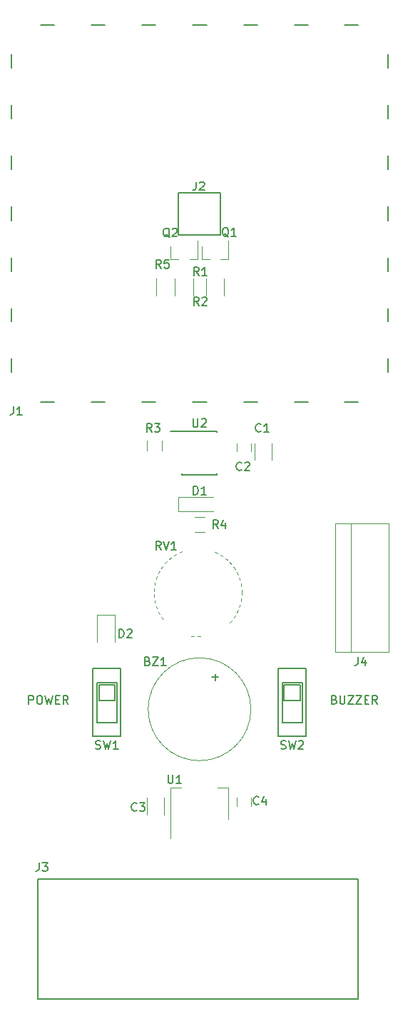
<source format=gbr>
G04 #@! TF.FileFunction,Legend,Top*
%FSLAX46Y46*%
G04 Gerber Fmt 4.6, Leading zero omitted, Abs format (unit mm)*
G04 Created by KiCad (PCBNEW 4.0.6-e0-6349~52~ubuntu16.10.1) date Tue Oct 17 03:14:20 2017*
%MOMM*%
%LPD*%
G01*
G04 APERTURE LIST*
%ADD10C,0.100000*%
%ADD11C,0.150000*%
%ADD12C,0.120000*%
G04 APERTURE END LIST*
D10*
D11*
X118796000Y-178904000D02*
X118796000Y-193154000D01*
X80796000Y-178904000D02*
X118796000Y-178904000D01*
X80796000Y-193154000D02*
X80796000Y-178904000D01*
X118796000Y-193154000D02*
X80796000Y-193154000D01*
D12*
X97500000Y-133650000D02*
X97500000Y-135350000D01*
X97550000Y-135350000D02*
X101600000Y-135350000D01*
X97550000Y-133650000D02*
X101600000Y-133650000D01*
X106549000Y-127246000D02*
X106549000Y-129246000D01*
X108589000Y-129246000D02*
X108589000Y-127246000D01*
X104433000Y-127246000D02*
X104433000Y-128246000D01*
X106133000Y-128246000D02*
X106133000Y-127246000D01*
X105036309Y-144636569D02*
G75*
G02X105049000Y-145000000I-5197309J-363431D01*
G01*
X104937343Y-143923736D02*
G75*
G02X105000000Y-144282000I-5098343J-1076264D01*
G01*
X104740595Y-143231775D02*
G75*
G02X104852000Y-143578000I-4901595J-1768225D01*
G01*
X104449964Y-142573444D02*
G75*
G02X104608000Y-142901000I-4610964J-2426556D01*
G01*
X104072343Y-141961295D02*
G75*
G02X104274000Y-142264000I-4233343J-3038705D01*
G01*
X103612559Y-141407017D02*
G75*
G02X103854000Y-141679000I-3773559J-3592983D01*
G01*
X103082421Y-140921816D02*
G75*
G02X103359000Y-141158000I-3243421J-4078184D01*
G01*
X102489541Y-140514181D02*
G75*
G02X102796000Y-140710000I-2650541J-4485819D01*
G01*
X101846449Y-140191253D02*
G75*
G02X102177000Y-140343000I-2007449J-4808747D01*
G01*
X97649872Y-140272189D02*
G75*
G02X97985000Y-140131000I2189128J-4727811D01*
G01*
X97018532Y-140619075D02*
G75*
G02X97331000Y-140433000I2820468J-4380925D01*
G01*
X96442140Y-141049329D02*
G75*
G02X96726000Y-140822000I3396860J-3950671D01*
G01*
X95930116Y-141554276D02*
G75*
G02X96180000Y-141290000I3908884J-3445724D01*
G01*
X95492945Y-142126165D02*
G75*
G02X95704000Y-141830000I4346055J-2873835D01*
G01*
X95138696Y-142751399D02*
G75*
G02X95307000Y-142429000I4700304J-2248601D01*
G01*
X94873725Y-143420512D02*
G75*
G02X94996000Y-143078000I4965275J-1579488D01*
G01*
X94703112Y-144120118D02*
G75*
G02X94777000Y-143764000I5135888J-879882D01*
G01*
X94630867Y-144835901D02*
G75*
G02X94655000Y-144473000I5208133J-164099D01*
G01*
X94658077Y-145554754D02*
G75*
G02X94632000Y-145192000I5180923J554754D01*
G01*
X94783768Y-146262711D02*
G75*
G02X94708000Y-145907000I5055232J1262711D01*
G01*
X95006034Y-146946873D02*
G75*
G02X94882000Y-146605000I4832966J1946873D01*
G01*
X95320976Y-147594481D02*
G75*
G02X95151000Y-147273000I4518024J2594481D01*
G01*
X95720634Y-148192059D02*
G75*
G02X95508000Y-147897000I4118366J3192059D01*
G01*
X99412165Y-150192423D02*
G75*
G02X99051000Y-150150000I426835J5192423D01*
G01*
X100131604Y-150202262D02*
G75*
G02X99768000Y-150210000I-292604J5202262D01*
G01*
X103872858Y-148297645D02*
G75*
G02X103633000Y-148571000I-4033858J3297645D01*
G01*
X104287965Y-147711260D02*
G75*
G02X104088000Y-148015000I-4448965J2711260D01*
G01*
X104619221Y-147072597D02*
G75*
G02X104463000Y-147401000I-4780221J2072597D01*
G01*
X104859483Y-146394185D02*
G75*
G02X104750000Y-146741000I-5020483J1394185D01*
G01*
X105003672Y-145689410D02*
G75*
G02X104943000Y-146048000I-5164672J689410D01*
G01*
X105049702Y-144971450D02*
G75*
G02X105039000Y-145335000I-5210702J-28550D01*
G01*
D11*
X102448360Y-97576640D02*
X102448360Y-102575360D01*
X102448360Y-102575360D02*
X97449640Y-102575360D01*
X97449640Y-102575360D02*
X97449640Y-97576640D01*
X97449640Y-97576640D02*
X102448360Y-97576640D01*
X81150000Y-77665000D02*
X82750000Y-77665000D01*
X81150000Y-122335000D02*
X82750000Y-122335000D01*
X87150000Y-77665000D02*
X88750000Y-77665000D01*
X87150000Y-122335000D02*
X88750000Y-122335000D01*
X93150000Y-77665000D02*
X94750000Y-77665000D01*
X93150000Y-122335000D02*
X94750000Y-122335000D01*
X99150000Y-77665000D02*
X100850000Y-77665000D01*
X99150000Y-122335000D02*
X100850000Y-122335000D01*
X105250000Y-77665000D02*
X106850000Y-77665000D01*
X105250000Y-122335000D02*
X106850000Y-122335000D01*
X111250000Y-77665000D02*
X112850000Y-77665000D01*
X111250000Y-122335000D02*
X112850000Y-122335000D01*
X117250000Y-77665000D02*
X118850000Y-77665000D01*
X117250000Y-122335000D02*
X118850000Y-122335000D01*
X77665000Y-81150000D02*
X77665000Y-82750000D01*
X122335000Y-81150000D02*
X122335000Y-82750000D01*
X77665000Y-87150000D02*
X77665000Y-88750000D01*
X122335000Y-87150000D02*
X122335000Y-88750000D01*
X77665000Y-93150000D02*
X77665000Y-94750000D01*
X122335000Y-93150000D02*
X122335000Y-94750000D01*
X77665000Y-99150000D02*
X77665000Y-100850000D01*
X122335000Y-99150000D02*
X122335000Y-100850000D01*
X77665000Y-105250000D02*
X77665000Y-106850000D01*
X122335000Y-105250000D02*
X122335000Y-106850000D01*
X77665000Y-111250000D02*
X77665000Y-112850000D01*
X122335000Y-111250000D02*
X122335000Y-112850000D01*
X77665000Y-117250000D02*
X77665000Y-118850000D01*
X122335000Y-117250000D02*
X122335000Y-118850000D01*
D12*
X100274000Y-105408000D02*
X101204000Y-105408000D01*
X103434000Y-105408000D02*
X102504000Y-105408000D01*
X103434000Y-105408000D02*
X103434000Y-103248000D01*
X100274000Y-105408000D02*
X100274000Y-103948000D01*
X106100000Y-158800000D02*
G75*
G03X106100000Y-158800000I-6100000J0D01*
G01*
X96591000Y-105408000D02*
X97521000Y-105408000D01*
X99751000Y-105408000D02*
X98821000Y-105408000D01*
X99751000Y-105408000D02*
X99751000Y-103248000D01*
X96591000Y-105408000D02*
X96591000Y-103948000D01*
X97101000Y-109765000D02*
X97101000Y-107765000D01*
X99241000Y-107765000D02*
X99241000Y-109765000D01*
X100784000Y-109765000D02*
X100784000Y-107765000D01*
X102924000Y-107765000D02*
X102924000Y-109765000D01*
D11*
X97925000Y-125822000D02*
X97925000Y-125872000D01*
X102075000Y-125822000D02*
X102075000Y-125967000D01*
X102075000Y-130972000D02*
X102075000Y-130827000D01*
X97925000Y-130972000D02*
X97925000Y-130827000D01*
X97925000Y-125822000D02*
X102075000Y-125822000D01*
X97925000Y-130972000D02*
X102075000Y-130972000D01*
X97925000Y-125872000D02*
X96525000Y-125872000D01*
D12*
X95762000Y-171307000D02*
X95762000Y-169307000D01*
X93722000Y-169307000D02*
X93722000Y-171307000D01*
X106133000Y-170299000D02*
X106133000Y-169299000D01*
X104433000Y-169299000D02*
X104433000Y-170299000D01*
D11*
X89950000Y-157762500D02*
X89950000Y-155862500D01*
X88050000Y-157762500D02*
X89950000Y-157762500D01*
X88050000Y-155862500D02*
X88050000Y-157762500D01*
X89950000Y-155862500D02*
X88050000Y-155862500D01*
X87812500Y-155625000D02*
X90187500Y-155625000D01*
X87812500Y-160375000D02*
X87812500Y-155625000D01*
X90187500Y-160375000D02*
X87812500Y-160375000D01*
X90187500Y-155625000D02*
X90187500Y-160375000D01*
X87337500Y-153962500D02*
X90662500Y-153962500D01*
X87337500Y-162037500D02*
X87337500Y-153962500D01*
X90662500Y-162037500D02*
X87337500Y-162037500D01*
X90662500Y-153962500D02*
X90662500Y-162037500D01*
D12*
X122423000Y-144427000D02*
X122423000Y-136807000D01*
X117983000Y-144427000D02*
X117983000Y-136807000D01*
X116083000Y-144427000D02*
X116083000Y-136807000D01*
X116083000Y-152047000D02*
X122423000Y-152047000D01*
X116083000Y-136807000D02*
X122423000Y-136807000D01*
X117983000Y-144427000D02*
X117983000Y-152047000D01*
X116083000Y-152047000D02*
X116083000Y-144427000D01*
X122423000Y-144427000D02*
X122423000Y-152047000D01*
X93735000Y-128108000D02*
X93735000Y-126908000D01*
X95495000Y-126908000D02*
X95495000Y-128108000D01*
X89960000Y-147636000D02*
X87840000Y-147636000D01*
X89960000Y-150836000D02*
X89960000Y-147636000D01*
X87840000Y-147636000D02*
X87840000Y-150836000D01*
X99400000Y-136026000D02*
X100600000Y-136026000D01*
X100600000Y-137786000D02*
X99400000Y-137786000D01*
D11*
X111950000Y-157762500D02*
X111950000Y-155862500D01*
X110050000Y-157762500D02*
X111950000Y-157762500D01*
X110050000Y-155862500D02*
X110050000Y-157762500D01*
X111950000Y-155862500D02*
X110050000Y-155862500D01*
X109812500Y-155625000D02*
X112187500Y-155625000D01*
X109812500Y-160375000D02*
X109812500Y-155625000D01*
X112187500Y-160375000D02*
X109812500Y-160375000D01*
X112187500Y-155625000D02*
X112187500Y-160375000D01*
X109337500Y-153962500D02*
X112662500Y-153962500D01*
X109337500Y-162037500D02*
X109337500Y-153962500D01*
X112662500Y-162037500D02*
X109337500Y-162037500D01*
X112662500Y-153962500D02*
X112662500Y-162037500D01*
D12*
X94891200Y-109770080D02*
X94891200Y-107770080D01*
X97031200Y-107770080D02*
X97031200Y-109770080D01*
X103410000Y-168090000D02*
X102150000Y-168090000D01*
X96590000Y-168090000D02*
X97850000Y-168090000D01*
X103410000Y-171850000D02*
X103410000Y-168090000D01*
X96590000Y-174100000D02*
X96590000Y-168090000D01*
D11*
X80946667Y-176998381D02*
X80946667Y-177712667D01*
X80899047Y-177855524D01*
X80803809Y-177950762D01*
X80660952Y-177998381D01*
X80565714Y-177998381D01*
X81327619Y-176998381D02*
X81946667Y-176998381D01*
X81613333Y-177379333D01*
X81756191Y-177379333D01*
X81851429Y-177426952D01*
X81899048Y-177474571D01*
X81946667Y-177569810D01*
X81946667Y-177807905D01*
X81899048Y-177903143D01*
X81851429Y-177950762D01*
X81756191Y-177998381D01*
X81470476Y-177998381D01*
X81375238Y-177950762D01*
X81327619Y-177903143D01*
X99261905Y-133352381D02*
X99261905Y-132352381D01*
X99500000Y-132352381D01*
X99642858Y-132400000D01*
X99738096Y-132495238D01*
X99785715Y-132590476D01*
X99833334Y-132780952D01*
X99833334Y-132923810D01*
X99785715Y-133114286D01*
X99738096Y-133209524D01*
X99642858Y-133304762D01*
X99500000Y-133352381D01*
X99261905Y-133352381D01*
X100785715Y-133352381D02*
X100214286Y-133352381D01*
X100500000Y-133352381D02*
X100500000Y-132352381D01*
X100404762Y-132495238D01*
X100309524Y-132590476D01*
X100214286Y-132638095D01*
X107275334Y-125833143D02*
X107227715Y-125880762D01*
X107084858Y-125928381D01*
X106989620Y-125928381D01*
X106846762Y-125880762D01*
X106751524Y-125785524D01*
X106703905Y-125690286D01*
X106656286Y-125499810D01*
X106656286Y-125356952D01*
X106703905Y-125166476D01*
X106751524Y-125071238D01*
X106846762Y-124976000D01*
X106989620Y-124928381D01*
X107084858Y-124928381D01*
X107227715Y-124976000D01*
X107275334Y-125023619D01*
X108227715Y-125928381D02*
X107656286Y-125928381D01*
X107942000Y-125928381D02*
X107942000Y-124928381D01*
X107846762Y-125071238D01*
X107751524Y-125166476D01*
X107656286Y-125214095D01*
X104989334Y-130405143D02*
X104941715Y-130452762D01*
X104798858Y-130500381D01*
X104703620Y-130500381D01*
X104560762Y-130452762D01*
X104465524Y-130357524D01*
X104417905Y-130262286D01*
X104370286Y-130071810D01*
X104370286Y-129928952D01*
X104417905Y-129738476D01*
X104465524Y-129643238D01*
X104560762Y-129548000D01*
X104703620Y-129500381D01*
X104798858Y-129500381D01*
X104941715Y-129548000D01*
X104989334Y-129595619D01*
X105370286Y-129595619D02*
X105417905Y-129548000D01*
X105513143Y-129500381D01*
X105751239Y-129500381D01*
X105846477Y-129548000D01*
X105894096Y-129595619D01*
X105941715Y-129690857D01*
X105941715Y-129786095D01*
X105894096Y-129928952D01*
X105322667Y-130500381D01*
X105941715Y-130500381D01*
X95416762Y-139898381D02*
X95083428Y-139422190D01*
X94845333Y-139898381D02*
X94845333Y-138898381D01*
X95226286Y-138898381D01*
X95321524Y-138946000D01*
X95369143Y-138993619D01*
X95416762Y-139088857D01*
X95416762Y-139231714D01*
X95369143Y-139326952D01*
X95321524Y-139374571D01*
X95226286Y-139422190D01*
X94845333Y-139422190D01*
X95702476Y-138898381D02*
X96035809Y-139898381D01*
X96369143Y-138898381D01*
X97226286Y-139898381D02*
X96654857Y-139898381D01*
X96940571Y-139898381D02*
X96940571Y-138898381D01*
X96845333Y-139041238D01*
X96750095Y-139136476D01*
X96654857Y-139184095D01*
X99575027Y-96272101D02*
X99575027Y-96986387D01*
X99527407Y-97129244D01*
X99432169Y-97224482D01*
X99289312Y-97272101D01*
X99194074Y-97272101D01*
X100003598Y-96367339D02*
X100051217Y-96319720D01*
X100146455Y-96272101D01*
X100384551Y-96272101D01*
X100479789Y-96319720D01*
X100527408Y-96367339D01*
X100575027Y-96462577D01*
X100575027Y-96557815D01*
X100527408Y-96700672D01*
X99955979Y-97272101D01*
X100575027Y-97272101D01*
X77898667Y-122896381D02*
X77898667Y-123610667D01*
X77851047Y-123753524D01*
X77755809Y-123848762D01*
X77612952Y-123896381D01*
X77517714Y-123896381D01*
X78898667Y-123896381D02*
X78327238Y-123896381D01*
X78612952Y-123896381D02*
X78612952Y-122896381D01*
X78517714Y-123039238D01*
X78422476Y-123134476D01*
X78327238Y-123182095D01*
X103445322Y-102792779D02*
X103350084Y-102745160D01*
X103254846Y-102649922D01*
X103111989Y-102507065D01*
X103016750Y-102459446D01*
X102921512Y-102459446D01*
X102969131Y-102697541D02*
X102873893Y-102649922D01*
X102778655Y-102554684D01*
X102731036Y-102364208D01*
X102731036Y-102030874D01*
X102778655Y-101840398D01*
X102873893Y-101745160D01*
X102969131Y-101697541D01*
X103159608Y-101697541D01*
X103254846Y-101745160D01*
X103350084Y-101840398D01*
X103397703Y-102030874D01*
X103397703Y-102364208D01*
X103350084Y-102554684D01*
X103254846Y-102649922D01*
X103159608Y-102697541D01*
X102969131Y-102697541D01*
X104350084Y-102697541D02*
X103778655Y-102697541D01*
X104064369Y-102697541D02*
X104064369Y-101697541D01*
X103969131Y-101840398D01*
X103873893Y-101935636D01*
X103778655Y-101983255D01*
X93861048Y-153090571D02*
X94003905Y-153138190D01*
X94051524Y-153185810D01*
X94099143Y-153281048D01*
X94099143Y-153423905D01*
X94051524Y-153519143D01*
X94003905Y-153566762D01*
X93908667Y-153614381D01*
X93527714Y-153614381D01*
X93527714Y-152614381D01*
X93861048Y-152614381D01*
X93956286Y-152662000D01*
X94003905Y-152709619D01*
X94051524Y-152804857D01*
X94051524Y-152900095D01*
X94003905Y-152995333D01*
X93956286Y-153042952D01*
X93861048Y-153090571D01*
X93527714Y-153090571D01*
X94432476Y-152614381D02*
X95099143Y-152614381D01*
X94432476Y-153614381D01*
X95099143Y-153614381D01*
X96003905Y-153614381D02*
X95432476Y-153614381D01*
X95718190Y-153614381D02*
X95718190Y-152614381D01*
X95622952Y-152757238D01*
X95527714Y-152852476D01*
X95432476Y-152900095D01*
X101871429Y-155380952D02*
X101871429Y-154619047D01*
X102252381Y-154999999D02*
X101490476Y-154999999D01*
X96450162Y-102858819D02*
X96354924Y-102811200D01*
X96259686Y-102715962D01*
X96116829Y-102573105D01*
X96021590Y-102525486D01*
X95926352Y-102525486D01*
X95973971Y-102763581D02*
X95878733Y-102715962D01*
X95783495Y-102620724D01*
X95735876Y-102430248D01*
X95735876Y-102096914D01*
X95783495Y-101906438D01*
X95878733Y-101811200D01*
X95973971Y-101763581D01*
X96164448Y-101763581D01*
X96259686Y-101811200D01*
X96354924Y-101906438D01*
X96402543Y-102096914D01*
X96402543Y-102430248D01*
X96354924Y-102620724D01*
X96259686Y-102715962D01*
X96164448Y-102763581D01*
X95973971Y-102763581D01*
X96783495Y-101858819D02*
X96831114Y-101811200D01*
X96926352Y-101763581D01*
X97164448Y-101763581D01*
X97259686Y-101811200D01*
X97307305Y-101858819D01*
X97354924Y-101954057D01*
X97354924Y-102049295D01*
X97307305Y-102192152D01*
X96735876Y-102763581D01*
X97354924Y-102763581D01*
X99909334Y-107386381D02*
X99576000Y-106910190D01*
X99337905Y-107386381D02*
X99337905Y-106386381D01*
X99718858Y-106386381D01*
X99814096Y-106434000D01*
X99861715Y-106481619D01*
X99909334Y-106576857D01*
X99909334Y-106719714D01*
X99861715Y-106814952D01*
X99814096Y-106862571D01*
X99718858Y-106910190D01*
X99337905Y-106910190D01*
X100861715Y-107386381D02*
X100290286Y-107386381D01*
X100576000Y-107386381D02*
X100576000Y-106386381D01*
X100480762Y-106529238D01*
X100385524Y-106624476D01*
X100290286Y-106672095D01*
X99909334Y-110942381D02*
X99576000Y-110466190D01*
X99337905Y-110942381D02*
X99337905Y-109942381D01*
X99718858Y-109942381D01*
X99814096Y-109990000D01*
X99861715Y-110037619D01*
X99909334Y-110132857D01*
X99909334Y-110275714D01*
X99861715Y-110370952D01*
X99814096Y-110418571D01*
X99718858Y-110466190D01*
X99337905Y-110466190D01*
X100290286Y-110037619D02*
X100337905Y-109990000D01*
X100433143Y-109942381D01*
X100671239Y-109942381D01*
X100766477Y-109990000D01*
X100814096Y-110037619D01*
X100861715Y-110132857D01*
X100861715Y-110228095D01*
X100814096Y-110370952D01*
X100242667Y-110942381D01*
X100861715Y-110942381D01*
X99238095Y-124349381D02*
X99238095Y-125158905D01*
X99285714Y-125254143D01*
X99333333Y-125301762D01*
X99428571Y-125349381D01*
X99619048Y-125349381D01*
X99714286Y-125301762D01*
X99761905Y-125254143D01*
X99809524Y-125158905D01*
X99809524Y-124349381D01*
X100238095Y-124444619D02*
X100285714Y-124397000D01*
X100380952Y-124349381D01*
X100619048Y-124349381D01*
X100714286Y-124397000D01*
X100761905Y-124444619D01*
X100809524Y-124539857D01*
X100809524Y-124635095D01*
X100761905Y-124777952D01*
X100190476Y-125349381D01*
X100809524Y-125349381D01*
X92543334Y-170791143D02*
X92495715Y-170838762D01*
X92352858Y-170886381D01*
X92257620Y-170886381D01*
X92114762Y-170838762D01*
X92019524Y-170743524D01*
X91971905Y-170648286D01*
X91924286Y-170457810D01*
X91924286Y-170314952D01*
X91971905Y-170124476D01*
X92019524Y-170029238D01*
X92114762Y-169934000D01*
X92257620Y-169886381D01*
X92352858Y-169886381D01*
X92495715Y-169934000D01*
X92543334Y-169981619D01*
X92876667Y-169886381D02*
X93495715Y-169886381D01*
X93162381Y-170267333D01*
X93305239Y-170267333D01*
X93400477Y-170314952D01*
X93448096Y-170362571D01*
X93495715Y-170457810D01*
X93495715Y-170695905D01*
X93448096Y-170791143D01*
X93400477Y-170838762D01*
X93305239Y-170886381D01*
X93019524Y-170886381D01*
X92924286Y-170838762D01*
X92876667Y-170791143D01*
X107021334Y-170029143D02*
X106973715Y-170076762D01*
X106830858Y-170124381D01*
X106735620Y-170124381D01*
X106592762Y-170076762D01*
X106497524Y-169981524D01*
X106449905Y-169886286D01*
X106402286Y-169695810D01*
X106402286Y-169552952D01*
X106449905Y-169362476D01*
X106497524Y-169267238D01*
X106592762Y-169172000D01*
X106735620Y-169124381D01*
X106830858Y-169124381D01*
X106973715Y-169172000D01*
X107021334Y-169219619D01*
X107878477Y-169457714D02*
X107878477Y-170124381D01*
X107640381Y-169076762D02*
X107402286Y-169791048D01*
X108021334Y-169791048D01*
X87666667Y-163472762D02*
X87809524Y-163520381D01*
X88047620Y-163520381D01*
X88142858Y-163472762D01*
X88190477Y-163425143D01*
X88238096Y-163329905D01*
X88238096Y-163234667D01*
X88190477Y-163139429D01*
X88142858Y-163091810D01*
X88047620Y-163044190D01*
X87857143Y-162996571D01*
X87761905Y-162948952D01*
X87714286Y-162901333D01*
X87666667Y-162806095D01*
X87666667Y-162710857D01*
X87714286Y-162615619D01*
X87761905Y-162568000D01*
X87857143Y-162520381D01*
X88095239Y-162520381D01*
X88238096Y-162568000D01*
X88571429Y-162520381D02*
X88809524Y-163520381D01*
X89000001Y-162806095D01*
X89190477Y-163520381D01*
X89428572Y-162520381D01*
X90333334Y-163520381D02*
X89761905Y-163520381D01*
X90047619Y-163520381D02*
X90047619Y-162520381D01*
X89952381Y-162663238D01*
X89857143Y-162758476D01*
X89761905Y-162806095D01*
X79732476Y-158186381D02*
X79732476Y-157186381D01*
X80113429Y-157186381D01*
X80208667Y-157234000D01*
X80256286Y-157281619D01*
X80303905Y-157376857D01*
X80303905Y-157519714D01*
X80256286Y-157614952D01*
X80208667Y-157662571D01*
X80113429Y-157710190D01*
X79732476Y-157710190D01*
X80922952Y-157186381D02*
X81113429Y-157186381D01*
X81208667Y-157234000D01*
X81303905Y-157329238D01*
X81351524Y-157519714D01*
X81351524Y-157853048D01*
X81303905Y-158043524D01*
X81208667Y-158138762D01*
X81113429Y-158186381D01*
X80922952Y-158186381D01*
X80827714Y-158138762D01*
X80732476Y-158043524D01*
X80684857Y-157853048D01*
X80684857Y-157519714D01*
X80732476Y-157329238D01*
X80827714Y-157234000D01*
X80922952Y-157186381D01*
X81684857Y-157186381D02*
X81922952Y-158186381D01*
X82113429Y-157472095D01*
X82303905Y-158186381D01*
X82542000Y-157186381D01*
X82922952Y-157662571D02*
X83256286Y-157662571D01*
X83399143Y-158186381D02*
X82922952Y-158186381D01*
X82922952Y-157186381D01*
X83399143Y-157186381D01*
X84399143Y-158186381D02*
X84065809Y-157710190D01*
X83827714Y-158186381D02*
X83827714Y-157186381D01*
X84208667Y-157186381D01*
X84303905Y-157234000D01*
X84351524Y-157281619D01*
X84399143Y-157376857D01*
X84399143Y-157519714D01*
X84351524Y-157614952D01*
X84303905Y-157662571D01*
X84208667Y-157710190D01*
X83827714Y-157710190D01*
X118792667Y-152614381D02*
X118792667Y-153328667D01*
X118745047Y-153471524D01*
X118649809Y-153566762D01*
X118506952Y-153614381D01*
X118411714Y-153614381D01*
X119697429Y-152947714D02*
X119697429Y-153614381D01*
X119459333Y-152566762D02*
X119221238Y-153281048D01*
X119840286Y-153281048D01*
X94321334Y-125928381D02*
X93988000Y-125452190D01*
X93749905Y-125928381D02*
X93749905Y-124928381D01*
X94130858Y-124928381D01*
X94226096Y-124976000D01*
X94273715Y-125023619D01*
X94321334Y-125118857D01*
X94321334Y-125261714D01*
X94273715Y-125356952D01*
X94226096Y-125404571D01*
X94130858Y-125452190D01*
X93749905Y-125452190D01*
X94654667Y-124928381D02*
X95273715Y-124928381D01*
X94940381Y-125309333D01*
X95083239Y-125309333D01*
X95178477Y-125356952D01*
X95226096Y-125404571D01*
X95273715Y-125499810D01*
X95273715Y-125737905D01*
X95226096Y-125833143D01*
X95178477Y-125880762D01*
X95083239Y-125928381D01*
X94797524Y-125928381D01*
X94702286Y-125880762D01*
X94654667Y-125833143D01*
X90447905Y-150312381D02*
X90447905Y-149312381D01*
X90686000Y-149312381D01*
X90828858Y-149360000D01*
X90924096Y-149455238D01*
X90971715Y-149550476D01*
X91019334Y-149740952D01*
X91019334Y-149883810D01*
X90971715Y-150074286D01*
X90924096Y-150169524D01*
X90828858Y-150264762D01*
X90686000Y-150312381D01*
X90447905Y-150312381D01*
X91400286Y-149407619D02*
X91447905Y-149360000D01*
X91543143Y-149312381D01*
X91781239Y-149312381D01*
X91876477Y-149360000D01*
X91924096Y-149407619D01*
X91971715Y-149502857D01*
X91971715Y-149598095D01*
X91924096Y-149740952D01*
X91352667Y-150312381D01*
X91971715Y-150312381D01*
X102195334Y-137358381D02*
X101862000Y-136882190D01*
X101623905Y-137358381D02*
X101623905Y-136358381D01*
X102004858Y-136358381D01*
X102100096Y-136406000D01*
X102147715Y-136453619D01*
X102195334Y-136548857D01*
X102195334Y-136691714D01*
X102147715Y-136786952D01*
X102100096Y-136834571D01*
X102004858Y-136882190D01*
X101623905Y-136882190D01*
X103052477Y-136691714D02*
X103052477Y-137358381D01*
X102814381Y-136310762D02*
X102576286Y-137025048D01*
X103195334Y-137025048D01*
X109666667Y-163472762D02*
X109809524Y-163520381D01*
X110047620Y-163520381D01*
X110142858Y-163472762D01*
X110190477Y-163425143D01*
X110238096Y-163329905D01*
X110238096Y-163234667D01*
X110190477Y-163139429D01*
X110142858Y-163091810D01*
X110047620Y-163044190D01*
X109857143Y-162996571D01*
X109761905Y-162948952D01*
X109714286Y-162901333D01*
X109666667Y-162806095D01*
X109666667Y-162710857D01*
X109714286Y-162615619D01*
X109761905Y-162568000D01*
X109857143Y-162520381D01*
X110095239Y-162520381D01*
X110238096Y-162568000D01*
X110571429Y-162520381D02*
X110809524Y-163520381D01*
X111000001Y-162806095D01*
X111190477Y-163520381D01*
X111428572Y-162520381D01*
X111761905Y-162615619D02*
X111809524Y-162568000D01*
X111904762Y-162520381D01*
X112142858Y-162520381D01*
X112238096Y-162568000D01*
X112285715Y-162615619D01*
X112333334Y-162710857D01*
X112333334Y-162806095D01*
X112285715Y-162948952D01*
X111714286Y-163520381D01*
X112333334Y-163520381D01*
X116006858Y-157662571D02*
X116149715Y-157710190D01*
X116197334Y-157757810D01*
X116244953Y-157853048D01*
X116244953Y-157995905D01*
X116197334Y-158091143D01*
X116149715Y-158138762D01*
X116054477Y-158186381D01*
X115673524Y-158186381D01*
X115673524Y-157186381D01*
X116006858Y-157186381D01*
X116102096Y-157234000D01*
X116149715Y-157281619D01*
X116197334Y-157376857D01*
X116197334Y-157472095D01*
X116149715Y-157567333D01*
X116102096Y-157614952D01*
X116006858Y-157662571D01*
X115673524Y-157662571D01*
X116673524Y-157186381D02*
X116673524Y-157995905D01*
X116721143Y-158091143D01*
X116768762Y-158138762D01*
X116864000Y-158186381D01*
X117054477Y-158186381D01*
X117149715Y-158138762D01*
X117197334Y-158091143D01*
X117244953Y-157995905D01*
X117244953Y-157186381D01*
X117625905Y-157186381D02*
X118292572Y-157186381D01*
X117625905Y-158186381D01*
X118292572Y-158186381D01*
X118578286Y-157186381D02*
X119244953Y-157186381D01*
X118578286Y-158186381D01*
X119244953Y-158186381D01*
X119625905Y-157662571D02*
X119959239Y-157662571D01*
X120102096Y-158186381D02*
X119625905Y-158186381D01*
X119625905Y-157186381D01*
X120102096Y-157186381D01*
X121102096Y-158186381D02*
X120768762Y-157710190D01*
X120530667Y-158186381D02*
X120530667Y-157186381D01*
X120911620Y-157186381D01*
X121006858Y-157234000D01*
X121054477Y-157281619D01*
X121102096Y-157376857D01*
X121102096Y-157519714D01*
X121054477Y-157614952D01*
X121006858Y-157662571D01*
X120911620Y-157710190D01*
X120530667Y-157710190D01*
X95449094Y-106507541D02*
X95115760Y-106031350D01*
X94877665Y-106507541D02*
X94877665Y-105507541D01*
X95258618Y-105507541D01*
X95353856Y-105555160D01*
X95401475Y-105602779D01*
X95449094Y-105698017D01*
X95449094Y-105840874D01*
X95401475Y-105936112D01*
X95353856Y-105983731D01*
X95258618Y-106031350D01*
X94877665Y-106031350D01*
X96353856Y-105507541D02*
X95877665Y-105507541D01*
X95830046Y-105983731D01*
X95877665Y-105936112D01*
X95972903Y-105888493D01*
X96210999Y-105888493D01*
X96306237Y-105936112D01*
X96353856Y-105983731D01*
X96401475Y-106078970D01*
X96401475Y-106317065D01*
X96353856Y-106412303D01*
X96306237Y-106459922D01*
X96210999Y-106507541D01*
X95972903Y-106507541D01*
X95877665Y-106459922D01*
X95830046Y-106412303D01*
X96266095Y-166584381D02*
X96266095Y-167393905D01*
X96313714Y-167489143D01*
X96361333Y-167536762D01*
X96456571Y-167584381D01*
X96647048Y-167584381D01*
X96742286Y-167536762D01*
X96789905Y-167489143D01*
X96837524Y-167393905D01*
X96837524Y-166584381D01*
X97837524Y-167584381D02*
X97266095Y-167584381D01*
X97551809Y-167584381D02*
X97551809Y-166584381D01*
X97456571Y-166727238D01*
X97361333Y-166822476D01*
X97266095Y-166870095D01*
M02*

</source>
